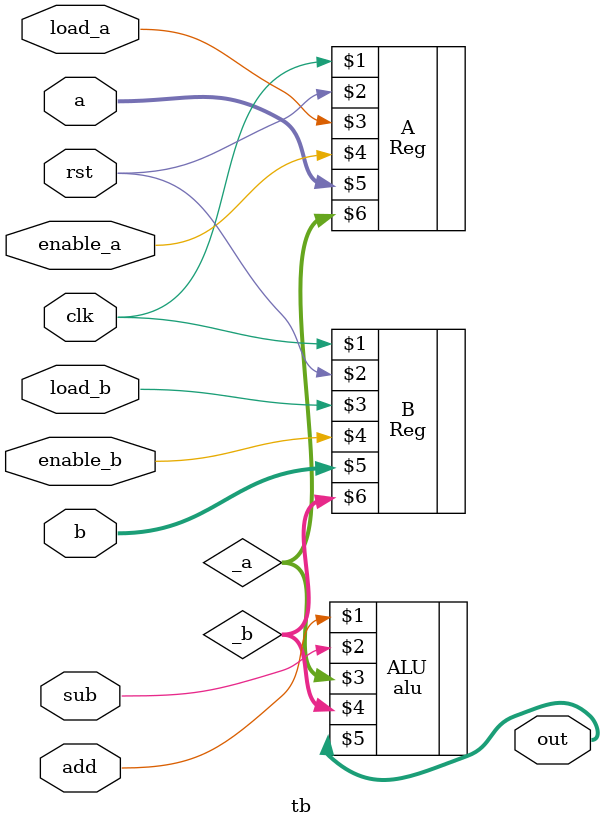
<source format=sv>
module tb (
    input logic clk, rst,
    input logic add, sub,
    input logic load_a, load_b, enable_a, enable_b,
    input logic [7:0] a, b,
    output logic [7:0] out
);

logic [7:0] _a, _b;

Reg A (clk, rst, load_a, enable_a, a, _a);
Reg B (clk, rst, load_b, enable_b, b, _b);
alu ALU(add, sub, _a, _b, out);

// Dump waves
initial begin
    $dumpfile("tb.vcd");
    $dumpvars(1, tb);
end


endmodule
</source>
